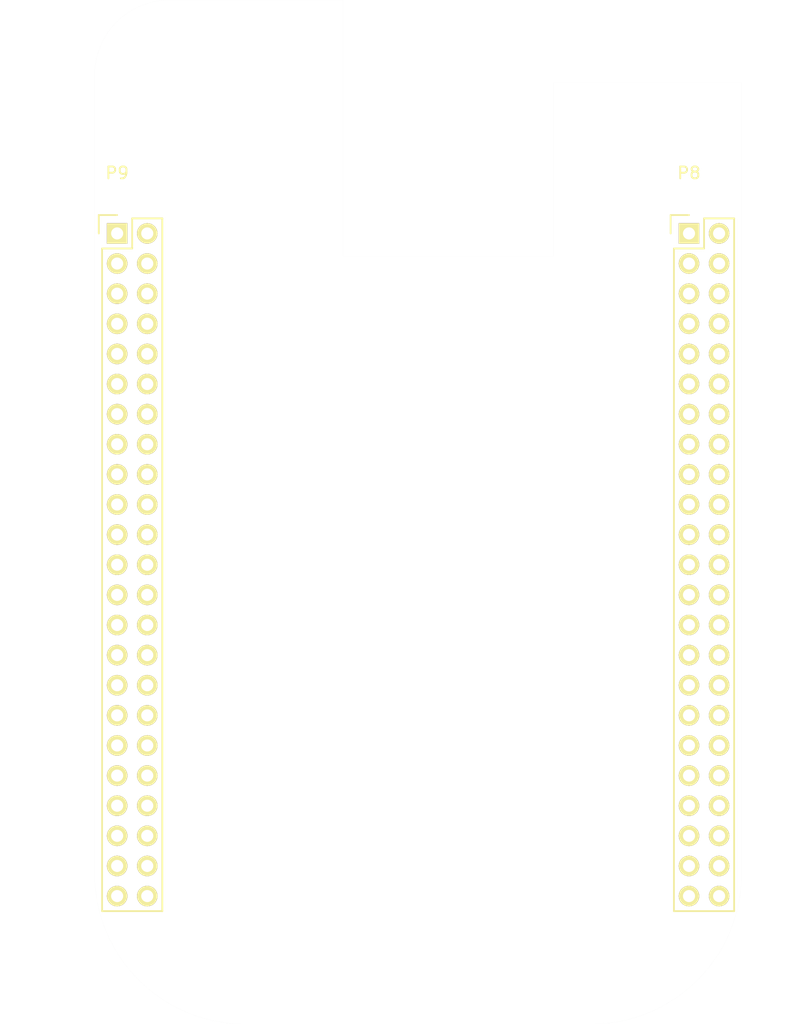
<source format=kicad_pcb>
(kicad_pcb (version 4) (host pcbnew "(2015-09-08 BZR 6170)-product")

  (general
    (links 10)
    (no_connects 10)
    (area 114.463829 42.696129 169.076371 129.058671)
    (thickness 1.6)
    (drawings 11)
    (tracks 0)
    (zones 0)
    (modules 2)
    (nets 83)
  )

  (page A4)
  (layers
    (0 F.Cu signal)
    (31 B.Cu signal)
    (32 B.Adhes user)
    (33 F.Adhes user)
    (34 B.Paste user)
    (35 F.Paste user)
    (36 B.SilkS user)
    (37 F.SilkS user)
    (38 B.Mask user)
    (39 F.Mask user)
    (40 Dwgs.User user)
    (41 Cmts.User user)
    (42 Eco1.User user)
    (43 Eco2.User user)
    (44 Edge.Cuts user)
    (45 Margin user)
    (46 B.CrtYd user)
    (47 F.CrtYd user)
    (48 B.Fab user)
    (49 F.Fab user)
  )

  (setup
    (last_trace_width 0.25)
    (trace_clearance 0.2)
    (zone_clearance 0.508)
    (zone_45_only no)
    (trace_min 0.2)
    (segment_width 0.2)
    (edge_width 0.00254)
    (via_size 0.6)
    (via_drill 0.4)
    (via_min_size 0.4)
    (via_min_drill 0.3)
    (uvia_size 0.3)
    (uvia_drill 0.1)
    (uvias_allowed no)
    (uvia_min_size 0.2)
    (uvia_min_drill 0.1)
    (pcb_text_width 0.3)
    (pcb_text_size 1.5 1.5)
    (mod_edge_width 0.15)
    (mod_text_size 1 1)
    (mod_text_width 0.15)
    (pad_size 1.7272 1.7272)
    (pad_drill 1.016)
    (pad_to_mask_clearance 0)
    (aux_axis_origin 0 0)
    (visible_elements 7FFFFFFF)
    (pcbplotparams
      (layerselection 0x01030_80000001)
      (usegerberextensions false)
      (excludeedgelayer true)
      (linewidth 0.100000)
      (plotframeref false)
      (viasonmask false)
      (mode 1)
      (useauxorigin false)
      (hpglpennumber 1)
      (hpglpenspeed 20)
      (hpglpendiameter 15)
      (hpglpenoverlay 2)
      (psnegative false)
      (psa4output false)
      (plotreference true)
      (plotvalue true)
      (plotinvisibletext false)
      (padsonsilk false)
      (subtractmaskfromsilk false)
      (outputformat 4)
      (mirror false)
      (drillshape 0)
      (scaleselection 1)
      (outputdirectory ""))
  )

  (net 0 "")
  (net 1 "Net-(P8-Pad3)")
  (net 2 "Net-(P8-Pad4)")
  (net 3 "Net-(P8-Pad5)")
  (net 4 "Net-(P8-Pad6)")
  (net 5 "Net-(P8-Pad7)")
  (net 6 "Net-(P8-Pad8)")
  (net 7 "Net-(P8-Pad9)")
  (net 8 "Net-(P8-Pad10)")
  (net 9 "Net-(P8-Pad11)")
  (net 10 "Net-(P8-Pad12)")
  (net 11 "Net-(P8-Pad13)")
  (net 12 "Net-(P8-Pad14)")
  (net 13 "Net-(P8-Pad15)")
  (net 14 "Net-(P8-Pad16)")
  (net 15 "Net-(P8-Pad17)")
  (net 16 "Net-(P8-Pad18)")
  (net 17 "Net-(P8-Pad19)")
  (net 18 "Net-(P8-Pad20)")
  (net 19 "Net-(P8-Pad21)")
  (net 20 "Net-(P8-Pad22)")
  (net 21 "Net-(P8-Pad23)")
  (net 22 "Net-(P8-Pad24)")
  (net 23 "Net-(P8-Pad25)")
  (net 24 "Net-(P8-Pad26)")
  (net 25 "Net-(P8-Pad27)")
  (net 26 "Net-(P8-Pad28)")
  (net 27 "Net-(P8-Pad29)")
  (net 28 "Net-(P8-Pad30)")
  (net 29 "Net-(P8-Pad31)")
  (net 30 "Net-(P8-Pad32)")
  (net 31 "Net-(P8-Pad33)")
  (net 32 "Net-(P8-Pad34)")
  (net 33 "Net-(P8-Pad35)")
  (net 34 "Net-(P8-Pad36)")
  (net 35 "Net-(P8-Pad37)")
  (net 36 "Net-(P8-Pad38)")
  (net 37 "Net-(P8-Pad39)")
  (net 38 "Net-(P8-Pad40)")
  (net 39 "Net-(P8-Pad41)")
  (net 40 "Net-(P8-Pad42)")
  (net 41 "Net-(P8-Pad43)")
  (net 42 "Net-(P8-Pad44)")
  (net 43 "Net-(P8-Pad45)")
  (net 44 "Net-(P8-Pad46)")
  (net 45 "Net-(P9-Pad11)")
  (net 46 "Net-(P9-Pad12)")
  (net 47 "Net-(P9-Pad13)")
  (net 48 "Net-(P9-Pad14)")
  (net 49 "Net-(P9-Pad15)")
  (net 50 "Net-(P9-Pad16)")
  (net 51 "Net-(P9-Pad17)")
  (net 52 "Net-(P9-Pad18)")
  (net 53 "Net-(P9-Pad19)")
  (net 54 "Net-(P9-Pad20)")
  (net 55 "Net-(P9-Pad21)")
  (net 56 "Net-(P9-Pad22)")
  (net 57 "Net-(P9-Pad23)")
  (net 58 "Net-(P9-Pad24)")
  (net 59 "Net-(P9-Pad25)")
  (net 60 "Net-(P9-Pad26)")
  (net 61 "Net-(P9-Pad27)")
  (net 62 "Net-(P9-Pad28)")
  (net 63 "Net-(P9-Pad29)")
  (net 64 "Net-(P9-Pad30)")
  (net 65 "Net-(P9-Pad31)")
  (net 66 "Net-(P9-Pad33)")
  (net 67 "Net-(P9-Pad35)")
  (net 68 "Net-(P9-Pad36)")
  (net 69 "Net-(P9-Pad37)")
  (net 70 "Net-(P9-Pad38)")
  (net 71 "Net-(P9-Pad39)")
  (net 72 "Net-(P9-Pad40)")
  (net 73 "Net-(P9-Pad41)")
  (net 74 "Net-(P9-Pad42)")
  (net 75 GNDD)
  (net 76 +3V3)
  (net 77 +5V)
  (net 78 SYS_5V)
  (net 79 PWR_BUT)
  (net 80 SYS_RESETN)
  (net 81 VDD_ADC)
  (net 82 GNDA_ADC)

  (net_class Default "To jest domyślna klasa połączeń."
    (clearance 0.2)
    (trace_width 0.25)
    (via_dia 0.6)
    (via_drill 0.4)
    (uvia_dia 0.3)
    (uvia_drill 0.1)
    (add_net +3V3)
    (add_net +5V)
    (add_net GNDA_ADC)
    (add_net GNDD)
    (add_net "Net-(P8-Pad10)")
    (add_net "Net-(P8-Pad11)")
    (add_net "Net-(P8-Pad12)")
    (add_net "Net-(P8-Pad13)")
    (add_net "Net-(P8-Pad14)")
    (add_net "Net-(P8-Pad15)")
    (add_net "Net-(P8-Pad16)")
    (add_net "Net-(P8-Pad17)")
    (add_net "Net-(P8-Pad18)")
    (add_net "Net-(P8-Pad19)")
    (add_net "Net-(P8-Pad20)")
    (add_net "Net-(P8-Pad21)")
    (add_net "Net-(P8-Pad22)")
    (add_net "Net-(P8-Pad23)")
    (add_net "Net-(P8-Pad24)")
    (add_net "Net-(P8-Pad25)")
    (add_net "Net-(P8-Pad26)")
    (add_net "Net-(P8-Pad27)")
    (add_net "Net-(P8-Pad28)")
    (add_net "Net-(P8-Pad29)")
    (add_net "Net-(P8-Pad3)")
    (add_net "Net-(P8-Pad30)")
    (add_net "Net-(P8-Pad31)")
    (add_net "Net-(P8-Pad32)")
    (add_net "Net-(P8-Pad33)")
    (add_net "Net-(P8-Pad34)")
    (add_net "Net-(P8-Pad35)")
    (add_net "Net-(P8-Pad36)")
    (add_net "Net-(P8-Pad37)")
    (add_net "Net-(P8-Pad38)")
    (add_net "Net-(P8-Pad39)")
    (add_net "Net-(P8-Pad4)")
    (add_net "Net-(P8-Pad40)")
    (add_net "Net-(P8-Pad41)")
    (add_net "Net-(P8-Pad42)")
    (add_net "Net-(P8-Pad43)")
    (add_net "Net-(P8-Pad44)")
    (add_net "Net-(P8-Pad45)")
    (add_net "Net-(P8-Pad46)")
    (add_net "Net-(P8-Pad5)")
    (add_net "Net-(P8-Pad6)")
    (add_net "Net-(P8-Pad7)")
    (add_net "Net-(P8-Pad8)")
    (add_net "Net-(P8-Pad9)")
    (add_net "Net-(P9-Pad11)")
    (add_net "Net-(P9-Pad12)")
    (add_net "Net-(P9-Pad13)")
    (add_net "Net-(P9-Pad14)")
    (add_net "Net-(P9-Pad15)")
    (add_net "Net-(P9-Pad16)")
    (add_net "Net-(P9-Pad17)")
    (add_net "Net-(P9-Pad18)")
    (add_net "Net-(P9-Pad19)")
    (add_net "Net-(P9-Pad20)")
    (add_net "Net-(P9-Pad21)")
    (add_net "Net-(P9-Pad22)")
    (add_net "Net-(P9-Pad23)")
    (add_net "Net-(P9-Pad24)")
    (add_net "Net-(P9-Pad25)")
    (add_net "Net-(P9-Pad26)")
    (add_net "Net-(P9-Pad27)")
    (add_net "Net-(P9-Pad28)")
    (add_net "Net-(P9-Pad29)")
    (add_net "Net-(P9-Pad30)")
    (add_net "Net-(P9-Pad31)")
    (add_net "Net-(P9-Pad33)")
    (add_net "Net-(P9-Pad35)")
    (add_net "Net-(P9-Pad36)")
    (add_net "Net-(P9-Pad37)")
    (add_net "Net-(P9-Pad38)")
    (add_net "Net-(P9-Pad39)")
    (add_net "Net-(P9-Pad40)")
    (add_net "Net-(P9-Pad41)")
    (add_net "Net-(P9-Pad42)")
    (add_net PWR_BUT)
    (add_net SYS_5V)
    (add_net SYS_RESETN)
    (add_net VDD_ADC)
  )

  (module Socket_BeagleBone_Black:Socket_BeagleBone_Black (layer F.Cu) (tedit 55DF76F9) (tstamp 55DF7717)
    (at 164.6301 62.3824)
    (descr "Through hole pin header")
    (tags "pin header")
    (path /55DF7DE1)
    (fp_text reference P8 (at 0 -5.1) (layer F.SilkS)
      (effects (font (size 1 1) (thickness 0.15)))
    )
    (fp_text value BeagleBone_Black_Header (at 0 -3.1) (layer F.Fab)
      (effects (font (size 1 1) (thickness 0.15)))
    )
    (fp_line (start -1.75 -1.75) (end -1.75 57.65) (layer F.CrtYd) (width 0.05))
    (fp_line (start 4.3 -1.75) (end 4.3 57.65) (layer F.CrtYd) (width 0.05))
    (fp_line (start -1.75 -1.75) (end 4.3 -1.75) (layer F.CrtYd) (width 0.05))
    (fp_line (start -1.75 57.65) (end 4.3 57.65) (layer F.CrtYd) (width 0.05))
    (fp_line (start 3.81 57.15) (end 3.81 -1.27) (layer F.SilkS) (width 0.15))
    (fp_line (start -1.27 57.15) (end -1.27 1.27) (layer F.SilkS) (width 0.15))
    (fp_line (start 3.81 57.15) (end -1.27 57.15) (layer F.SilkS) (width 0.15))
    (fp_line (start 3.81 -1.27) (end 1.27 -1.27) (layer F.SilkS) (width 0.15))
    (fp_line (start 0 -1.55) (end -1.55 -1.55) (layer F.SilkS) (width 0.15))
    (fp_line (start 1.27 -1.27) (end 1.27 1.27) (layer F.SilkS) (width 0.15))
    (fp_line (start 1.27 1.27) (end -1.27 1.27) (layer F.SilkS) (width 0.15))
    (fp_line (start -1.55 -1.55) (end -1.55 0) (layer F.SilkS) (width 0.15))
    (pad 1 thru_hole rect (at 0 0) (size 1.7272 1.7272) (drill 1.016) (layers *.Cu *.Mask F.SilkS)
      (net 75 GNDD))
    (pad 2 thru_hole oval (at 2.54 0) (size 1.7272 1.7272) (drill 1.016) (layers *.Cu *.Mask F.SilkS)
      (net 75 GNDD))
    (pad 3 thru_hole oval (at 0 2.54) (size 1.7272 1.7272) (drill 1.016) (layers *.Cu *.Mask F.SilkS)
      (net 1 "Net-(P8-Pad3)"))
    (pad 4 thru_hole oval (at 2.54 2.54) (size 1.7272 1.7272) (drill 1.016) (layers *.Cu *.Mask F.SilkS)
      (net 2 "Net-(P8-Pad4)"))
    (pad 5 thru_hole oval (at 0 5.08) (size 1.7272 1.7272) (drill 1.016) (layers *.Cu *.Mask F.SilkS)
      (net 3 "Net-(P8-Pad5)"))
    (pad 6 thru_hole oval (at 2.54 5.08) (size 1.7272 1.7272) (drill 1.016) (layers *.Cu *.Mask F.SilkS)
      (net 4 "Net-(P8-Pad6)"))
    (pad 7 thru_hole oval (at 0 7.62) (size 1.7272 1.7272) (drill 1.016) (layers *.Cu *.Mask F.SilkS)
      (net 5 "Net-(P8-Pad7)"))
    (pad 8 thru_hole oval (at 2.54 7.62) (size 1.7272 1.7272) (drill 1.016) (layers *.Cu *.Mask F.SilkS)
      (net 6 "Net-(P8-Pad8)"))
    (pad 9 thru_hole oval (at 0 10.16) (size 1.7272 1.7272) (drill 1.016) (layers *.Cu *.Mask F.SilkS)
      (net 7 "Net-(P8-Pad9)"))
    (pad 10 thru_hole oval (at 2.54 10.16) (size 1.7272 1.7272) (drill 1.016) (layers *.Cu *.Mask F.SilkS)
      (net 8 "Net-(P8-Pad10)"))
    (pad 11 thru_hole oval (at 0 12.7) (size 1.7272 1.7272) (drill 1.016) (layers *.Cu *.Mask F.SilkS)
      (net 9 "Net-(P8-Pad11)"))
    (pad 12 thru_hole oval (at 2.54 12.7) (size 1.7272 1.7272) (drill 1.016) (layers *.Cu *.Mask F.SilkS)
      (net 10 "Net-(P8-Pad12)"))
    (pad 13 thru_hole oval (at 0 15.24) (size 1.7272 1.7272) (drill 1.016) (layers *.Cu *.Mask F.SilkS)
      (net 11 "Net-(P8-Pad13)"))
    (pad 14 thru_hole oval (at 2.54 15.24) (size 1.7272 1.7272) (drill 1.016) (layers *.Cu *.Mask F.SilkS)
      (net 12 "Net-(P8-Pad14)"))
    (pad 15 thru_hole oval (at 0 17.78) (size 1.7272 1.7272) (drill 1.016) (layers *.Cu *.Mask F.SilkS)
      (net 13 "Net-(P8-Pad15)"))
    (pad 16 thru_hole oval (at 2.54 17.78) (size 1.7272 1.7272) (drill 1.016) (layers *.Cu *.Mask F.SilkS)
      (net 14 "Net-(P8-Pad16)"))
    (pad 17 thru_hole oval (at 0 20.32) (size 1.7272 1.7272) (drill 1.016) (layers *.Cu *.Mask F.SilkS)
      (net 15 "Net-(P8-Pad17)"))
    (pad 18 thru_hole oval (at 2.54 20.32) (size 1.7272 1.7272) (drill 1.016) (layers *.Cu *.Mask F.SilkS)
      (net 16 "Net-(P8-Pad18)"))
    (pad 19 thru_hole oval (at 0 22.86) (size 1.7272 1.7272) (drill 1.016) (layers *.Cu *.Mask F.SilkS)
      (net 17 "Net-(P8-Pad19)"))
    (pad 20 thru_hole oval (at 2.54 22.86) (size 1.7272 1.7272) (drill 1.016) (layers *.Cu *.Mask F.SilkS)
      (net 18 "Net-(P8-Pad20)"))
    (pad 21 thru_hole oval (at 0 25.4) (size 1.7272 1.7272) (drill 1.016) (layers *.Cu *.Mask F.SilkS)
      (net 19 "Net-(P8-Pad21)"))
    (pad 22 thru_hole oval (at 2.54 25.4) (size 1.7272 1.7272) (drill 1.016) (layers *.Cu *.Mask F.SilkS)
      (net 20 "Net-(P8-Pad22)"))
    (pad 23 thru_hole oval (at 0 27.94) (size 1.7272 1.7272) (drill 1.016) (layers *.Cu *.Mask F.SilkS)
      (net 21 "Net-(P8-Pad23)"))
    (pad 24 thru_hole oval (at 2.54 27.94) (size 1.7272 1.7272) (drill 1.016) (layers *.Cu *.Mask F.SilkS)
      (net 22 "Net-(P8-Pad24)"))
    (pad 25 thru_hole oval (at 0 30.48) (size 1.7272 1.7272) (drill 1.016) (layers *.Cu *.Mask F.SilkS)
      (net 23 "Net-(P8-Pad25)"))
    (pad 26 thru_hole oval (at 2.54 30.48) (size 1.7272 1.7272) (drill 1.016) (layers *.Cu *.Mask F.SilkS)
      (net 24 "Net-(P8-Pad26)"))
    (pad 27 thru_hole oval (at 0 33.02) (size 1.7272 1.7272) (drill 1.016) (layers *.Cu *.Mask F.SilkS)
      (net 25 "Net-(P8-Pad27)"))
    (pad 28 thru_hole oval (at 2.54 33.02) (size 1.7272 1.7272) (drill 1.016) (layers *.Cu *.Mask F.SilkS)
      (net 26 "Net-(P8-Pad28)"))
    (pad 29 thru_hole oval (at 0 35.56) (size 1.7272 1.7272) (drill 1.016) (layers *.Cu *.Mask F.SilkS)
      (net 27 "Net-(P8-Pad29)"))
    (pad 30 thru_hole oval (at 2.54 35.56) (size 1.7272 1.7272) (drill 1.016) (layers *.Cu *.Mask F.SilkS)
      (net 28 "Net-(P8-Pad30)"))
    (pad 31 thru_hole oval (at 0 38.1) (size 1.7272 1.7272) (drill 1.016) (layers *.Cu *.Mask F.SilkS)
      (net 29 "Net-(P8-Pad31)"))
    (pad 32 thru_hole oval (at 2.54 38.1) (size 1.7272 1.7272) (drill 1.016) (layers *.Cu *.Mask F.SilkS)
      (net 30 "Net-(P8-Pad32)"))
    (pad 33 thru_hole oval (at 0 40.64) (size 1.7272 1.7272) (drill 1.016) (layers *.Cu *.Mask F.SilkS)
      (net 31 "Net-(P8-Pad33)"))
    (pad 34 thru_hole oval (at 2.54 40.64) (size 1.7272 1.7272) (drill 1.016) (layers *.Cu *.Mask F.SilkS)
      (net 32 "Net-(P8-Pad34)"))
    (pad 35 thru_hole oval (at 0 43.18) (size 1.7272 1.7272) (drill 1.016) (layers *.Cu *.Mask F.SilkS)
      (net 33 "Net-(P8-Pad35)"))
    (pad 36 thru_hole oval (at 2.54 43.18) (size 1.7272 1.7272) (drill 1.016) (layers *.Cu *.Mask F.SilkS)
      (net 34 "Net-(P8-Pad36)"))
    (pad 37 thru_hole oval (at 0 45.72) (size 1.7272 1.7272) (drill 1.016) (layers *.Cu *.Mask F.SilkS)
      (net 35 "Net-(P8-Pad37)"))
    (pad 38 thru_hole oval (at 2.54 45.72) (size 1.7272 1.7272) (drill 1.016) (layers *.Cu *.Mask F.SilkS)
      (net 36 "Net-(P8-Pad38)"))
    (pad 39 thru_hole oval (at 0 48.26) (size 1.7272 1.7272) (drill 1.016) (layers *.Cu *.Mask F.SilkS)
      (net 37 "Net-(P8-Pad39)"))
    (pad 40 thru_hole oval (at 2.54 48.26) (size 1.7272 1.7272) (drill 1.016) (layers *.Cu *.Mask F.SilkS)
      (net 38 "Net-(P8-Pad40)"))
    (pad 41 thru_hole oval (at 0 50.8) (size 1.7272 1.7272) (drill 1.016) (layers *.Cu *.Mask F.SilkS)
      (net 39 "Net-(P8-Pad41)"))
    (pad 42 thru_hole oval (at 2.54 50.8) (size 1.7272 1.7272) (drill 1.016) (layers *.Cu *.Mask F.SilkS)
      (net 40 "Net-(P8-Pad42)"))
    (pad 43 thru_hole oval (at 0 53.34) (size 1.7272 1.7272) (drill 1.016) (layers *.Cu *.Mask F.SilkS)
      (net 41 "Net-(P8-Pad43)"))
    (pad 44 thru_hole oval (at 2.54 53.34) (size 1.7272 1.7272) (drill 1.016) (layers *.Cu *.Mask F.SilkS)
      (net 42 "Net-(P8-Pad44)"))
    (pad 45 thru_hole oval (at 0 55.88) (size 1.7272 1.7272) (drill 1.016) (layers *.Cu *.Mask F.SilkS)
      (net 43 "Net-(P8-Pad45)"))
    (pad 46 thru_hole oval (at 2.54 55.88) (size 1.7272 1.7272) (drill 1.016) (layers *.Cu *.Mask F.SilkS)
      (net 44 "Net-(P8-Pad46)"))
    (model ${KIPRJMOD}/Socket_BeagleBone_Black.3dshapes/Socket_BeagleBone_Black.wrl
      (at (xyz 0.05 -1.1 0))
      (scale (xyz 1 1 1))
      (rotate (xyz 0 0 90))
    )
  )

  (module Socket_BeagleBone_Black:Socket_BeagleBone_Black (layer F.Cu) (tedit 0) (tstamp 55DF7748)
    (at 116.3701 62.3824)
    (descr "Through hole pin header")
    (tags "pin header")
    (path /55DF7DBA)
    (fp_text reference P9 (at 0 -5.1) (layer F.SilkS)
      (effects (font (size 1 1) (thickness 0.15)))
    )
    (fp_text value BeagleBone_Black_Header (at 0 -3.1) (layer F.Fab)
      (effects (font (size 1 1) (thickness 0.15)))
    )
    (fp_line (start -1.75 -1.75) (end -1.75 57.65) (layer F.CrtYd) (width 0.05))
    (fp_line (start 4.3 -1.75) (end 4.3 57.65) (layer F.CrtYd) (width 0.05))
    (fp_line (start -1.75 -1.75) (end 4.3 -1.75) (layer F.CrtYd) (width 0.05))
    (fp_line (start -1.75 57.65) (end 4.3 57.65) (layer F.CrtYd) (width 0.05))
    (fp_line (start 3.81 57.15) (end 3.81 -1.27) (layer F.SilkS) (width 0.15))
    (fp_line (start -1.27 57.15) (end -1.27 1.27) (layer F.SilkS) (width 0.15))
    (fp_line (start 3.81 57.15) (end -1.27 57.15) (layer F.SilkS) (width 0.15))
    (fp_line (start 3.81 -1.27) (end 1.27 -1.27) (layer F.SilkS) (width 0.15))
    (fp_line (start 0 -1.55) (end -1.55 -1.55) (layer F.SilkS) (width 0.15))
    (fp_line (start 1.27 -1.27) (end 1.27 1.27) (layer F.SilkS) (width 0.15))
    (fp_line (start 1.27 1.27) (end -1.27 1.27) (layer F.SilkS) (width 0.15))
    (fp_line (start -1.55 -1.55) (end -1.55 0) (layer F.SilkS) (width 0.15))
    (pad 1 thru_hole rect (at 0 0) (size 1.7272 1.7272) (drill 1.016) (layers *.Cu *.Mask F.SilkS)
      (net 75 GNDD))
    (pad 2 thru_hole oval (at 2.54 0) (size 1.7272 1.7272) (drill 1.016) (layers *.Cu *.Mask F.SilkS)
      (net 75 GNDD))
    (pad 3 thru_hole oval (at 0 2.54) (size 1.7272 1.7272) (drill 1.016) (layers *.Cu *.Mask F.SilkS)
      (net 76 +3V3))
    (pad 4 thru_hole oval (at 2.54 2.54) (size 1.7272 1.7272) (drill 1.016) (layers *.Cu *.Mask F.SilkS)
      (net 76 +3V3))
    (pad 5 thru_hole oval (at 0 5.08) (size 1.7272 1.7272) (drill 1.016) (layers *.Cu *.Mask F.SilkS)
      (net 77 +5V))
    (pad 6 thru_hole oval (at 2.54 5.08) (size 1.7272 1.7272) (drill 1.016) (layers *.Cu *.Mask F.SilkS)
      (net 77 +5V))
    (pad 7 thru_hole oval (at 0 7.62) (size 1.7272 1.7272) (drill 1.016) (layers *.Cu *.Mask F.SilkS)
      (net 78 SYS_5V))
    (pad 8 thru_hole oval (at 2.54 7.62) (size 1.7272 1.7272) (drill 1.016) (layers *.Cu *.Mask F.SilkS)
      (net 78 SYS_5V))
    (pad 9 thru_hole oval (at 0 10.16) (size 1.7272 1.7272) (drill 1.016) (layers *.Cu *.Mask F.SilkS)
      (net 79 PWR_BUT))
    (pad 10 thru_hole oval (at 2.54 10.16) (size 1.7272 1.7272) (drill 1.016) (layers *.Cu *.Mask F.SilkS)
      (net 80 SYS_RESETN))
    (pad 11 thru_hole oval (at 0 12.7) (size 1.7272 1.7272) (drill 1.016) (layers *.Cu *.Mask F.SilkS)
      (net 45 "Net-(P9-Pad11)"))
    (pad 12 thru_hole oval (at 2.54 12.7) (size 1.7272 1.7272) (drill 1.016) (layers *.Cu *.Mask F.SilkS)
      (net 46 "Net-(P9-Pad12)"))
    (pad 13 thru_hole oval (at 0 15.24) (size 1.7272 1.7272) (drill 1.016) (layers *.Cu *.Mask F.SilkS)
      (net 47 "Net-(P9-Pad13)"))
    (pad 14 thru_hole oval (at 2.54 15.24) (size 1.7272 1.7272) (drill 1.016) (layers *.Cu *.Mask F.SilkS)
      (net 48 "Net-(P9-Pad14)"))
    (pad 15 thru_hole oval (at 0 17.78) (size 1.7272 1.7272) (drill 1.016) (layers *.Cu *.Mask F.SilkS)
      (net 49 "Net-(P9-Pad15)"))
    (pad 16 thru_hole oval (at 2.54 17.78) (size 1.7272 1.7272) (drill 1.016) (layers *.Cu *.Mask F.SilkS)
      (net 50 "Net-(P9-Pad16)"))
    (pad 17 thru_hole oval (at 0 20.32) (size 1.7272 1.7272) (drill 1.016) (layers *.Cu *.Mask F.SilkS)
      (net 51 "Net-(P9-Pad17)"))
    (pad 18 thru_hole oval (at 2.54 20.32) (size 1.7272 1.7272) (drill 1.016) (layers *.Cu *.Mask F.SilkS)
      (net 52 "Net-(P9-Pad18)"))
    (pad 19 thru_hole oval (at 0 22.86) (size 1.7272 1.7272) (drill 1.016) (layers *.Cu *.Mask F.SilkS)
      (net 53 "Net-(P9-Pad19)"))
    (pad 20 thru_hole oval (at 2.54 22.86) (size 1.7272 1.7272) (drill 1.016) (layers *.Cu *.Mask F.SilkS)
      (net 54 "Net-(P9-Pad20)"))
    (pad 21 thru_hole oval (at 0 25.4) (size 1.7272 1.7272) (drill 1.016) (layers *.Cu *.Mask F.SilkS)
      (net 55 "Net-(P9-Pad21)"))
    (pad 22 thru_hole oval (at 2.54 25.4) (size 1.7272 1.7272) (drill 1.016) (layers *.Cu *.Mask F.SilkS)
      (net 56 "Net-(P9-Pad22)"))
    (pad 23 thru_hole oval (at 0 27.94) (size 1.7272 1.7272) (drill 1.016) (layers *.Cu *.Mask F.SilkS)
      (net 57 "Net-(P9-Pad23)"))
    (pad 24 thru_hole oval (at 2.54 27.94) (size 1.7272 1.7272) (drill 1.016) (layers *.Cu *.Mask F.SilkS)
      (net 58 "Net-(P9-Pad24)"))
    (pad 25 thru_hole oval (at 0 30.48) (size 1.7272 1.7272) (drill 1.016) (layers *.Cu *.Mask F.SilkS)
      (net 59 "Net-(P9-Pad25)"))
    (pad 26 thru_hole oval (at 2.54 30.48) (size 1.7272 1.7272) (drill 1.016) (layers *.Cu *.Mask F.SilkS)
      (net 60 "Net-(P9-Pad26)"))
    (pad 27 thru_hole oval (at 0 33.02) (size 1.7272 1.7272) (drill 1.016) (layers *.Cu *.Mask F.SilkS)
      (net 61 "Net-(P9-Pad27)"))
    (pad 28 thru_hole oval (at 2.54 33.02) (size 1.7272 1.7272) (drill 1.016) (layers *.Cu *.Mask F.SilkS)
      (net 62 "Net-(P9-Pad28)"))
    (pad 29 thru_hole oval (at 0 35.56) (size 1.7272 1.7272) (drill 1.016) (layers *.Cu *.Mask F.SilkS)
      (net 63 "Net-(P9-Pad29)"))
    (pad 30 thru_hole oval (at 2.54 35.56) (size 1.7272 1.7272) (drill 1.016) (layers *.Cu *.Mask F.SilkS)
      (net 64 "Net-(P9-Pad30)"))
    (pad 31 thru_hole oval (at 0 38.1) (size 1.7272 1.7272) (drill 1.016) (layers *.Cu *.Mask F.SilkS)
      (net 65 "Net-(P9-Pad31)"))
    (pad 32 thru_hole oval (at 2.54 38.1) (size 1.7272 1.7272) (drill 1.016) (layers *.Cu *.Mask F.SilkS)
      (net 81 VDD_ADC))
    (pad 33 thru_hole oval (at 0 40.64) (size 1.7272 1.7272) (drill 1.016) (layers *.Cu *.Mask F.SilkS)
      (net 66 "Net-(P9-Pad33)"))
    (pad 34 thru_hole oval (at 2.54 40.64) (size 1.7272 1.7272) (drill 1.016) (layers *.Cu *.Mask F.SilkS)
      (net 82 GNDA_ADC))
    (pad 35 thru_hole oval (at 0 43.18) (size 1.7272 1.7272) (drill 1.016) (layers *.Cu *.Mask F.SilkS)
      (net 67 "Net-(P9-Pad35)"))
    (pad 36 thru_hole oval (at 2.54 43.18) (size 1.7272 1.7272) (drill 1.016) (layers *.Cu *.Mask F.SilkS)
      (net 68 "Net-(P9-Pad36)"))
    (pad 37 thru_hole oval (at 0 45.72) (size 1.7272 1.7272) (drill 1.016) (layers *.Cu *.Mask F.SilkS)
      (net 69 "Net-(P9-Pad37)"))
    (pad 38 thru_hole oval (at 2.54 45.72) (size 1.7272 1.7272) (drill 1.016) (layers *.Cu *.Mask F.SilkS)
      (net 70 "Net-(P9-Pad38)"))
    (pad 39 thru_hole oval (at 0 48.26) (size 1.7272 1.7272) (drill 1.016) (layers *.Cu *.Mask F.SilkS)
      (net 71 "Net-(P9-Pad39)"))
    (pad 40 thru_hole oval (at 2.54 48.26) (size 1.7272 1.7272) (drill 1.016) (layers *.Cu *.Mask F.SilkS)
      (net 72 "Net-(P9-Pad40)"))
    (pad 41 thru_hole oval (at 0 50.8) (size 1.7272 1.7272) (drill 1.016) (layers *.Cu *.Mask F.SilkS)
      (net 73 "Net-(P9-Pad41)"))
    (pad 42 thru_hole oval (at 2.54 50.8) (size 1.7272 1.7272) (drill 1.016) (layers *.Cu *.Mask F.SilkS)
      (net 74 "Net-(P9-Pad42)"))
    (pad 43 thru_hole oval (at 0 53.34) (size 1.7272 1.7272) (drill 1.016) (layers *.Cu *.Mask F.SilkS)
      (net 75 GNDD))
    (pad 44 thru_hole oval (at 2.54 53.34) (size 1.7272 1.7272) (drill 1.016) (layers *.Cu *.Mask F.SilkS)
      (net 75 GNDD))
    (pad 45 thru_hole oval (at 0 55.88) (size 1.7272 1.7272) (drill 1.016) (layers *.Cu *.Mask F.SilkS)
      (net 75 GNDD))
    (pad 46 thru_hole oval (at 2.54 55.88) (size 1.7272 1.7272) (drill 1.016) (layers *.Cu *.Mask F.SilkS)
      (net 75 GNDD))
    (model ${KIPRJMOD}/Socket_BeagleBone_Black.3dshapes/Socket_BeagleBone_Black.wrl
      (at (xyz 0.05 -1.1 0))
      (scale (xyz 1 1 1))
      (rotate (xyz 0 0 90))
    )
  )

  (gr_arc (start 127.1651 116.3574) (end 127.1651 129.0574) (angle 90) (layer Edge.Cuts) (width 0.00254))
  (gr_arc (start 156.3751 116.3574) (end 169.0751 116.3574) (angle 90) (layer Edge.Cuts) (width 0.00254))
  (gr_arc (start 120.8151 49.0474) (end 114.4651 49.0474) (angle 90) (layer Edge.Cuts) (width 0.00254))
  (gr_line (start 135.4201 42.6974) (end 120.8151 42.6974) (layer Edge.Cuts) (width 0.00254))
  (gr_line (start 135.4201 64.2874) (end 135.4201 42.6974) (layer Edge.Cuts) (width 0.00254))
  (gr_line (start 153.2001 64.2874) (end 135.4201 64.2874) (layer Edge.Cuts) (width 0.00254))
  (gr_line (start 153.2001 49.6824) (end 153.2001 64.2874) (layer Edge.Cuts) (width 0.00254))
  (gr_line (start 169.0751 49.6824) (end 153.2001 49.6824) (layer Edge.Cuts) (width 0.00254))
  (gr_line (start 169.0751 116.3574) (end 169.0751 49.6824) (layer Edge.Cuts) (width 0.00254))
  (gr_line (start 127.1651 129.0574) (end 156.3751 129.0574) (layer Edge.Cuts) (width 0.00254))
  (gr_line (start 114.4651 49.0474) (end 114.4651 116.3574) (layer Edge.Cuts) (width 0.00254))

)

</source>
